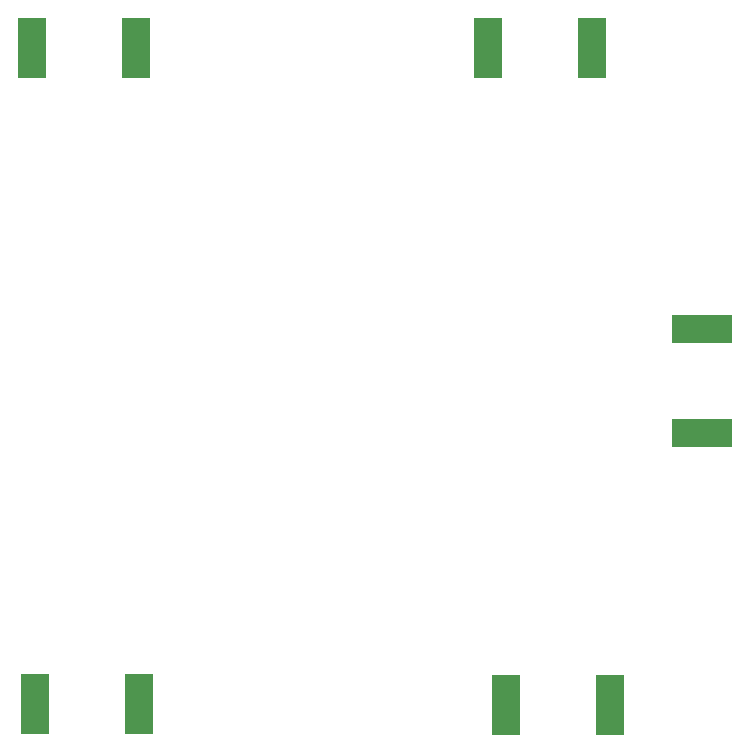
<source format=gbr>
%TF.GenerationSoftware,KiCad,Pcbnew,(5.99.0-13051-g9e760512ac)*%
%TF.CreationDate,2021-12-06T14:55:38+00:00*%
%TF.ProjectId,RF_SWITCH,52465f53-5749-4544-9348-2e6b69636164,rev?*%
%TF.SameCoordinates,Original*%
%TF.FileFunction,Paste,Bot*%
%TF.FilePolarity,Positive*%
%FSLAX46Y46*%
G04 Gerber Fmt 4.6, Leading zero omitted, Abs format (unit mm)*
G04 Created by KiCad (PCBNEW (5.99.0-13051-g9e760512ac)) date 2021-12-06 14:55:38*
%MOMM*%
%LPD*%
G01*
G04 APERTURE LIST*
%ADD10R,2.420000X5.080000*%
%ADD11R,5.080000X2.420000*%
G04 APERTURE END LIST*
D10*
%TO.C,Cox1*%
X117410000Y-81540000D03*
X108650000Y-81540000D03*
%TD*%
%TO.C,Cox2*%
X156018000Y-81540000D03*
X147258000Y-81540000D03*
%TD*%
D11*
%TO.C,Cox5*%
X165348000Y-105348000D03*
X165348000Y-114108000D03*
%TD*%
D10*
%TO.C,Cox4*%
X117664000Y-137088000D03*
X108904000Y-137088000D03*
%TD*%
%TO.C,Cox3*%
X148782000Y-137154000D03*
X157542000Y-137154000D03*
%TD*%
M02*

</source>
